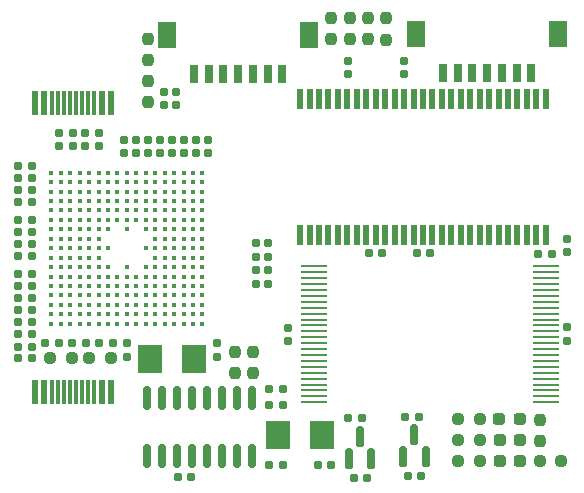
<source format=gtp>
G04 #@! TF.GenerationSoftware,KiCad,Pcbnew,7.0.1-0*
G04 #@! TF.CreationDate,2023-04-12T11:12:59+08:00*
G04 #@! TF.ProjectId,slimarm_classic_2410,736c696d-6172-46d5-9f63-6c6173736963,rev?*
G04 #@! TF.SameCoordinates,Original*
G04 #@! TF.FileFunction,Paste,Top*
G04 #@! TF.FilePolarity,Positive*
%FSLAX46Y46*%
G04 Gerber Fmt 4.6, Leading zero omitted, Abs format (unit mm)*
G04 Created by KiCad (PCBNEW 7.0.1-0) date 2023-04-12 11:12:59*
%MOMM*%
%LPD*%
G01*
G04 APERTURE LIST*
G04 Aperture macros list*
%AMRoundRect*
0 Rectangle with rounded corners*
0 $1 Rounding radius*
0 $2 $3 $4 $5 $6 $7 $8 $9 X,Y pos of 4 corners*
0 Add a 4 corners polygon primitive as box body*
4,1,4,$2,$3,$4,$5,$6,$7,$8,$9,$2,$3,0*
0 Add four circle primitives for the rounded corners*
1,1,$1+$1,$2,$3*
1,1,$1+$1,$4,$5*
1,1,$1+$1,$6,$7*
1,1,$1+$1,$8,$9*
0 Add four rect primitives between the rounded corners*
20,1,$1+$1,$2,$3,$4,$5,0*
20,1,$1+$1,$4,$5,$6,$7,0*
20,1,$1+$1,$6,$7,$8,$9,0*
20,1,$1+$1,$8,$9,$2,$3,0*%
G04 Aperture macros list end*
%ADD10RoundRect,0.237500X-0.250000X-0.237500X0.250000X-0.237500X0.250000X0.237500X-0.250000X0.237500X0*%
%ADD11RoundRect,0.150000X0.150000X-0.739000X0.150000X0.739000X-0.150000X0.739000X-0.150000X-0.739000X0*%
%ADD12RoundRect,0.155000X-0.212500X-0.155000X0.212500X-0.155000X0.212500X0.155000X-0.212500X0.155000X0*%
%ADD13RoundRect,0.155000X-0.155000X0.212500X-0.155000X-0.212500X0.155000X-0.212500X0.155000X0.212500X0*%
%ADD14C,0.410000*%
%ADD15RoundRect,0.160000X-0.160000X0.197500X-0.160000X-0.197500X0.160000X-0.197500X0.160000X0.197500X0*%
%ADD16RoundRect,0.160000X0.197500X0.160000X-0.197500X0.160000X-0.197500X-0.160000X0.197500X-0.160000X0*%
%ADD17R,0.600000X2.000000*%
%ADD18R,0.300000X2.000000*%
%ADD19R,0.600000X1.450000*%
%ADD20RoundRect,0.237500X0.287500X0.237500X-0.287500X0.237500X-0.287500X-0.237500X0.287500X-0.237500X0*%
%ADD21RoundRect,0.155000X0.212500X0.155000X-0.212500X0.155000X-0.212500X-0.155000X0.212500X-0.155000X0*%
%ADD22R,0.711200X1.600000*%
%ADD23R,1.600200X2.209800*%
%ADD24RoundRect,0.237500X0.237500X-0.250000X0.237500X0.250000X-0.237500X0.250000X-0.237500X-0.250000X0*%
%ADD25RoundRect,0.160000X0.160000X-0.197500X0.160000X0.197500X-0.160000X0.197500X-0.160000X-0.197500X0*%
%ADD26RoundRect,0.237500X-0.237500X0.250000X-0.237500X-0.250000X0.237500X-0.250000X0.237500X0.250000X0*%
%ADD27RoundRect,0.155000X0.155000X-0.212500X0.155000X0.212500X-0.155000X0.212500X-0.155000X-0.212500X0*%
%ADD28RoundRect,0.237500X0.250000X0.237500X-0.250000X0.237500X-0.250000X-0.237500X0.250000X-0.237500X0*%
%ADD29RoundRect,0.160000X-0.197500X-0.160000X0.197500X-0.160000X0.197500X0.160000X-0.197500X0.160000X0*%
%ADD30R,0.508000X1.693800*%
%ADD31R,2.182700X0.254000*%
%ADD32RoundRect,0.150000X0.150000X-0.825000X0.150000X0.825000X-0.150000X0.825000X-0.150000X-0.825000X0*%
%ADD33R,2.000000X2.400000*%
G04 APERTURE END LIST*
D10*
G04 #@! TO.C,R7*
X25757500Y-36830000D03*
X27582500Y-36830000D03*
G04 #@! TD*
D11*
G04 #@! TO.C,U3*
X55650000Y-45212500D03*
X57550000Y-45212500D03*
X56600000Y-43337500D03*
G04 #@! TD*
D12*
G04 #@! TO.C,C45*
X51476000Y-46919000D03*
X52611000Y-46919000D03*
G04 #@! TD*
D13*
G04 #@! TO.C,C21*
X35364000Y-14242500D03*
X35364000Y-15377500D03*
G04 #@! TD*
G04 #@! TO.C,C40*
X34036000Y-18332500D03*
X34036000Y-19467500D03*
G04 #@! TD*
D12*
G04 #@! TO.C,C35*
X25340500Y-35560000D03*
X26475500Y-35560000D03*
G04 #@! TD*
G04 #@! TO.C,C43*
X23054500Y-29718000D03*
X24189500Y-29718000D03*
G04 #@! TD*
G04 #@! TO.C,C11*
X44310500Y-45850000D03*
X45445500Y-45850000D03*
G04 #@! TD*
D14*
G04 #@! TO.C,IC1*
X38650000Y-21100000D03*
X38650000Y-21900000D03*
X38650000Y-22700000D03*
X38650000Y-23500000D03*
X38650000Y-24300000D03*
X38650000Y-25100000D03*
X38650000Y-25900000D03*
X38650000Y-26700000D03*
X38650000Y-27500000D03*
X38650000Y-28300000D03*
X38650000Y-29100000D03*
X38650000Y-29900000D03*
X38650000Y-30700000D03*
X38650000Y-31500000D03*
X38650000Y-32300000D03*
X38650000Y-33100000D03*
X38650000Y-33900000D03*
X37850000Y-21100000D03*
X37850000Y-21900000D03*
X37850000Y-22700000D03*
X37850000Y-23500000D03*
X37850000Y-24300000D03*
X37850000Y-25100000D03*
X37850000Y-25900000D03*
X37850000Y-26700000D03*
X37850000Y-27500000D03*
X37850000Y-28300000D03*
X37850000Y-29100000D03*
X37850000Y-29900000D03*
X37850000Y-30700000D03*
X37850000Y-31500000D03*
X37850000Y-32300000D03*
X37850000Y-33100000D03*
X37850000Y-33900000D03*
X37050000Y-21100000D03*
X37050000Y-21900000D03*
X37050000Y-22700000D03*
X37050000Y-23500000D03*
X37050000Y-24300000D03*
X37050000Y-25100000D03*
X37050000Y-25900000D03*
X37050000Y-26700000D03*
X37050000Y-27500000D03*
X37050000Y-28300000D03*
X37050000Y-29100000D03*
X37050000Y-29900000D03*
X37050000Y-30700000D03*
X37050000Y-31500000D03*
X37050000Y-32300000D03*
X37050000Y-33100000D03*
X37050000Y-33900000D03*
X36250000Y-21100000D03*
X36250000Y-21900000D03*
X36250000Y-22700000D03*
X36250000Y-23500000D03*
X36250000Y-24300000D03*
X36250000Y-25100000D03*
X36250000Y-25900000D03*
X36250000Y-26700000D03*
X36250000Y-27500000D03*
X36250000Y-28300000D03*
X36250000Y-29100000D03*
X36250000Y-29900000D03*
X36250000Y-30700000D03*
X36250000Y-31500000D03*
X36250000Y-32300000D03*
X36250000Y-33100000D03*
X36250000Y-33900000D03*
X35450000Y-21100000D03*
X35450000Y-21900000D03*
X35450000Y-22700000D03*
X35450000Y-23500000D03*
X35450000Y-24300000D03*
X35450000Y-25100000D03*
X35450000Y-25900000D03*
X35450000Y-26700000D03*
X35450000Y-27500000D03*
X35450000Y-28300000D03*
X35450000Y-29100000D03*
X35450000Y-29900000D03*
X35450000Y-30700000D03*
X35450000Y-31500000D03*
X35450000Y-32300000D03*
X35450000Y-33100000D03*
X35450000Y-33900000D03*
X34650000Y-21100000D03*
X34650000Y-21900000D03*
X34650000Y-22700000D03*
X34650000Y-23500000D03*
X34650000Y-24300000D03*
X34650000Y-25100000D03*
X34650000Y-25900000D03*
X34650000Y-26700000D03*
X34650000Y-27500000D03*
X34650000Y-28300000D03*
X34650000Y-29100000D03*
X34650000Y-29900000D03*
X34650000Y-30700000D03*
X34650000Y-31500000D03*
X34650000Y-32300000D03*
X34650000Y-33100000D03*
X34650000Y-33900000D03*
X33850000Y-21100000D03*
X33850000Y-21900000D03*
X33850000Y-22700000D03*
X33850000Y-23500000D03*
X33850000Y-24300000D03*
X33850000Y-25100000D03*
X33850000Y-25900000D03*
X33850000Y-27500000D03*
X33850000Y-29100000D03*
X33850000Y-29900000D03*
X33850000Y-30700000D03*
X33850000Y-31500000D03*
X33850000Y-32300000D03*
X33850000Y-33100000D03*
X33850000Y-33900000D03*
X33050000Y-21100000D03*
X33050000Y-21900000D03*
X33050000Y-22700000D03*
X33050000Y-23500000D03*
X33050000Y-24300000D03*
X33050000Y-25100000D03*
X33050000Y-29900000D03*
X33050000Y-30700000D03*
X33050000Y-31500000D03*
X33050000Y-32300000D03*
X33050000Y-33100000D03*
X33050000Y-33900000D03*
X32250000Y-21100000D03*
X32250000Y-21900000D03*
X32250000Y-22700000D03*
X32250000Y-23500000D03*
X32250000Y-24300000D03*
X32250000Y-25100000D03*
X32250000Y-25900000D03*
X32250000Y-29100000D03*
X32250000Y-29900000D03*
X32250000Y-30700000D03*
X32250000Y-31500000D03*
X32250000Y-32300000D03*
X32250000Y-33100000D03*
X32250000Y-33900000D03*
X31450000Y-21100000D03*
X31450000Y-21900000D03*
X31450000Y-22700000D03*
X31450000Y-23500000D03*
X31450000Y-24300000D03*
X31450000Y-25100000D03*
X31450000Y-29900000D03*
X31450000Y-30700000D03*
X31450000Y-31500000D03*
X31450000Y-32300000D03*
X31450000Y-33100000D03*
X31450000Y-33900000D03*
X30650000Y-21100000D03*
X30650000Y-21900000D03*
X30650000Y-22700000D03*
X30650000Y-23500000D03*
X30650000Y-24300000D03*
X30650000Y-25100000D03*
X30650000Y-25900000D03*
X30650000Y-27500000D03*
X30650000Y-29100000D03*
X30650000Y-29900000D03*
X30650000Y-30700000D03*
X30650000Y-31500000D03*
X30650000Y-32300000D03*
X30650000Y-33100000D03*
X30650000Y-33900000D03*
X29850000Y-21100000D03*
X29850000Y-21900000D03*
X29850000Y-22700000D03*
X29850000Y-23500000D03*
X29850000Y-24300000D03*
X29850000Y-25100000D03*
X29850000Y-25900000D03*
X29850000Y-26700000D03*
X29850000Y-27500000D03*
X29850000Y-28300000D03*
X29850000Y-29100000D03*
X29850000Y-29900000D03*
X29850000Y-30700000D03*
X29850000Y-31500000D03*
X29850000Y-32300000D03*
X29850000Y-33100000D03*
X29850000Y-33900000D03*
X29050000Y-21100000D03*
X29050000Y-21900000D03*
X29050000Y-22700000D03*
X29050000Y-23500000D03*
X29050000Y-24300000D03*
X29050000Y-25100000D03*
X29050000Y-25900000D03*
X29050000Y-26700000D03*
X29050000Y-27500000D03*
X29050000Y-28300000D03*
X29050000Y-29100000D03*
X29050000Y-29900000D03*
X29050000Y-30700000D03*
X29050000Y-31500000D03*
X29050000Y-32300000D03*
X29050000Y-33100000D03*
X29050000Y-33900000D03*
X28250000Y-21100000D03*
X28250000Y-21900000D03*
X28250000Y-22700000D03*
X28250000Y-23500000D03*
X28250000Y-24300000D03*
X28250000Y-25100000D03*
X28250000Y-25900000D03*
X28250000Y-26700000D03*
X28250000Y-27500000D03*
X28250000Y-28300000D03*
X28250000Y-29100000D03*
X28250000Y-29900000D03*
X28250000Y-30700000D03*
X28250000Y-31500000D03*
X28250000Y-32300000D03*
X28250000Y-33100000D03*
X28250000Y-33900000D03*
X27450000Y-21100000D03*
X27450000Y-21900000D03*
X27450000Y-22700000D03*
X27450000Y-23500000D03*
X27450000Y-24300000D03*
X27450000Y-25100000D03*
X27450000Y-25900000D03*
X27450000Y-26700000D03*
X27450000Y-27500000D03*
X27450000Y-28300000D03*
X27450000Y-29100000D03*
X27450000Y-29900000D03*
X27450000Y-30700000D03*
X27450000Y-31500000D03*
X27450000Y-32300000D03*
X27450000Y-33100000D03*
X27450000Y-33900000D03*
X26650000Y-21100000D03*
X26650000Y-21900000D03*
X26650000Y-22700000D03*
X26650000Y-23500000D03*
X26650000Y-24300000D03*
X26650000Y-25100000D03*
X26650000Y-25900000D03*
X26650000Y-26700000D03*
X26650000Y-27500000D03*
X26650000Y-28300000D03*
X26650000Y-29100000D03*
X26650000Y-29900000D03*
X26650000Y-30700000D03*
X26650000Y-31500000D03*
X26650000Y-32300000D03*
X26650000Y-33100000D03*
X26650000Y-33900000D03*
X25850000Y-21100000D03*
X25850000Y-21900000D03*
X25850000Y-22700000D03*
X25850000Y-23500000D03*
X25850000Y-24300000D03*
X25850000Y-25100000D03*
X25850000Y-25900000D03*
X25850000Y-26700000D03*
X25850000Y-27500000D03*
X25850000Y-28300000D03*
X25850000Y-29100000D03*
X25850000Y-29900000D03*
X25850000Y-30700000D03*
X25850000Y-31500000D03*
X25850000Y-32300000D03*
X25850000Y-33100000D03*
X25850000Y-33900000D03*
G04 #@! TD*
D15*
G04 #@! TO.C,R21*
X43180000Y-29300000D03*
X43180000Y-30495000D03*
G04 #@! TD*
D16*
G04 #@! TO.C,R25*
X45457500Y-40770000D03*
X44262500Y-40770000D03*
G04 #@! TD*
D17*
G04 #@! TO.C,J1*
X30936000Y-15217500D03*
X30136000Y-15217500D03*
D18*
X28936000Y-15217500D03*
X27936000Y-15217500D03*
X27436000Y-15217500D03*
X26436000Y-15217500D03*
D17*
X25236000Y-15217500D03*
X24436000Y-15217500D03*
X24436000Y-15217500D03*
D19*
X25236000Y-15217500D03*
D18*
X25936000Y-15217500D03*
X26936000Y-15217500D03*
X28436000Y-15217500D03*
X29436000Y-15217500D03*
D19*
X30136000Y-15217500D03*
X30936000Y-15317500D03*
G04 #@! TD*
D20*
G04 #@! TO.C,D2*
X65542500Y-41944000D03*
X63792500Y-41944000D03*
G04 #@! TD*
D13*
G04 #@! TO.C,C18*
X38100000Y-18332500D03*
X38100000Y-19467500D03*
G04 #@! TD*
D12*
G04 #@! TO.C,C28*
X23054500Y-35822000D03*
X24189500Y-35822000D03*
G04 #@! TD*
D21*
G04 #@! TO.C,C26*
X57917500Y-27900000D03*
X56782500Y-27900000D03*
G04 #@! TD*
D22*
G04 #@! TO.C,J2*
X37925000Y-12750000D03*
X39175000Y-12750000D03*
X40425000Y-12750000D03*
X41675000Y-12750000D03*
X42925000Y-12750000D03*
X44175000Y-12750000D03*
X45425000Y-12750000D03*
D23*
X47672100Y-9448000D03*
X35677900Y-9448000D03*
G04 #@! TD*
D12*
G04 #@! TO.C,C30*
X23054500Y-36830000D03*
X24189500Y-36830000D03*
G04 #@! TD*
G04 #@! TO.C,C8*
X50992500Y-41900000D03*
X52127500Y-41900000D03*
G04 #@! TD*
D13*
G04 #@! TO.C,C25*
X69510000Y-34192500D03*
X69510000Y-35327500D03*
G04 #@! TD*
D24*
G04 #@! TO.C,R3*
X67200000Y-43852500D03*
X67200000Y-42027500D03*
G04 #@! TD*
D25*
G04 #@! TO.C,R20*
X44196000Y-28209000D03*
X44196000Y-27014000D03*
G04 #@! TD*
D15*
G04 #@! TO.C,R23*
X44196000Y-29300000D03*
X44196000Y-30495000D03*
G04 #@! TD*
D13*
G04 #@! TO.C,C15*
X55725000Y-11607500D03*
X55725000Y-12742500D03*
G04 #@! TD*
D12*
G04 #@! TO.C,C41*
X23054500Y-20574000D03*
X24189500Y-20574000D03*
G04 #@! TD*
D13*
G04 #@! TO.C,C24*
X39116000Y-18332500D03*
X39116000Y-19467500D03*
G04 #@! TD*
D21*
G04 #@! TO.C,C5*
X49569000Y-45850000D03*
X48434000Y-45850000D03*
G04 #@! TD*
D26*
G04 #@! TO.C,R14*
X52650000Y-8000000D03*
X52650000Y-9825000D03*
G04 #@! TD*
D16*
G04 #@! TO.C,R18*
X27682500Y-18870000D03*
X26487500Y-18870000D03*
G04 #@! TD*
D27*
G04 #@! TO.C,C12*
X39878000Y-36695000D03*
X39878000Y-35560000D03*
G04 #@! TD*
D26*
G04 #@! TO.C,R9*
X34036000Y-9755500D03*
X34036000Y-11580500D03*
G04 #@! TD*
D12*
G04 #@! TO.C,C7*
X55812500Y-41770000D03*
X56947500Y-41770000D03*
G04 #@! TD*
G04 #@! TO.C,C38*
X23054500Y-31750000D03*
X24189500Y-31750000D03*
G04 #@! TD*
D20*
G04 #@! TO.C,D3*
X65567500Y-45500000D03*
X63817500Y-45500000D03*
G04 #@! TD*
D13*
G04 #@! TO.C,C22*
X37076000Y-18332500D03*
X37076000Y-19467500D03*
G04 #@! TD*
D22*
G04 #@! TO.C,J3*
X59000000Y-12650000D03*
X60250000Y-12650000D03*
X61500000Y-12650000D03*
X62750000Y-12650000D03*
X64000000Y-12650000D03*
X65250000Y-12650000D03*
X66500000Y-12650000D03*
D23*
X68747100Y-9348000D03*
X56752900Y-9348000D03*
G04 #@! TD*
D11*
G04 #@! TO.C,U2*
X51027500Y-45316500D03*
X52927500Y-45316500D03*
X51977500Y-43441500D03*
G04 #@! TD*
D13*
G04 #@! TO.C,C39*
X35052000Y-18332500D03*
X35052000Y-19467500D03*
G04 #@! TD*
D24*
G04 #@! TO.C,R8*
X34036000Y-15136500D03*
X34036000Y-13311500D03*
G04 #@! TD*
D28*
G04 #@! TO.C,R13*
X69042500Y-45490000D03*
X67217500Y-45490000D03*
G04 #@! TD*
D13*
G04 #@! TO.C,C3*
X69480000Y-26712500D03*
X69480000Y-27847500D03*
G04 #@! TD*
D29*
G04 #@! TO.C,R11*
X28707500Y-17760000D03*
X29902500Y-17760000D03*
G04 #@! TD*
D13*
G04 #@! TO.C,C32*
X51000000Y-11632500D03*
X51000000Y-12767500D03*
G04 #@! TD*
D30*
G04 #@! TO.C,U4*
X46919375Y-26363350D03*
X47719475Y-26363350D03*
X48519575Y-26363350D03*
X49319675Y-26363350D03*
X50119775Y-26363350D03*
X50919875Y-26363350D03*
X51719975Y-26363350D03*
X52520075Y-26363350D03*
X53320175Y-26363350D03*
X54120275Y-26363350D03*
X54920375Y-26363350D03*
X55720475Y-26363350D03*
X56520575Y-26363350D03*
X57320675Y-26363350D03*
X58120775Y-26363350D03*
X58920875Y-26363350D03*
X59720975Y-26363350D03*
X60521075Y-26363350D03*
X61321175Y-26363350D03*
X62121275Y-26363350D03*
X62921375Y-26363350D03*
X63721475Y-26363350D03*
X64521575Y-26363350D03*
X65321675Y-26363350D03*
X66121775Y-26363350D03*
X66921875Y-26363350D03*
X67721975Y-26363350D03*
X67721975Y-14882550D03*
X66921875Y-14882550D03*
X66121775Y-14882550D03*
X65321675Y-14882550D03*
X64521575Y-14882550D03*
X63721475Y-14882550D03*
X62921375Y-14882550D03*
X62121275Y-14882550D03*
X61321175Y-14882550D03*
X60521075Y-14882550D03*
X59720975Y-14882550D03*
X58920875Y-14882550D03*
X58120775Y-14882550D03*
X57320675Y-14882550D03*
X56520575Y-14882550D03*
X55720475Y-14882550D03*
X54920375Y-14882550D03*
X54120275Y-14882550D03*
X53320175Y-14882550D03*
X52520075Y-14882550D03*
X51719975Y-14882550D03*
X50919875Y-14882550D03*
X50119775Y-14882550D03*
X49319675Y-14882550D03*
X48519575Y-14882550D03*
X47719475Y-14882550D03*
X46919375Y-14882550D03*
G04 #@! TD*
D12*
G04 #@! TO.C,C37*
X23054500Y-30734000D03*
X24189500Y-30734000D03*
G04 #@! TD*
G04 #@! TO.C,C29*
X23054500Y-28194000D03*
X24189500Y-28194000D03*
G04 #@! TD*
D31*
G04 #@! TO.C,U5*
X67735475Y-40537499D03*
X67735475Y-40037500D03*
X67735475Y-39537501D03*
X67735475Y-39037499D03*
X67735475Y-38537500D03*
X67735475Y-38037501D03*
X67735475Y-37537500D03*
X67735475Y-37037501D03*
X67735475Y-36537499D03*
X67735475Y-36037500D03*
X67735475Y-35537501D03*
X67735475Y-35037500D03*
X67735475Y-34537500D03*
X67735475Y-34037499D03*
X67735475Y-33537500D03*
X67735475Y-33037501D03*
X67735475Y-32537499D03*
X67735475Y-32037500D03*
X67735475Y-31537499D03*
X67735475Y-31037500D03*
X67735475Y-30537501D03*
X67735475Y-30037499D03*
X67735475Y-29537500D03*
X67735475Y-29037499D03*
X48063175Y-29037501D03*
X48063175Y-29537500D03*
X48063175Y-30037499D03*
X48063175Y-30537501D03*
X48063175Y-31037500D03*
X48063175Y-31537501D03*
X48063175Y-32037500D03*
X48063175Y-32537499D03*
X48063175Y-33037501D03*
X48063175Y-33537500D03*
X48063175Y-34037502D03*
X48063175Y-34537500D03*
X48063175Y-35037500D03*
X48063175Y-35537501D03*
X48063175Y-36037500D03*
X48063175Y-36537499D03*
X48063175Y-37037501D03*
X48063175Y-37537500D03*
X48063175Y-38037501D03*
X48063175Y-38537500D03*
X48063175Y-39037499D03*
X48063175Y-39537501D03*
X48063175Y-40037500D03*
X48063175Y-40537501D03*
G04 #@! TD*
D32*
G04 #@! TO.C,U1*
X33965000Y-45105000D03*
X35235000Y-45105000D03*
X36505000Y-45105000D03*
X37775000Y-45105000D03*
X39045000Y-45105000D03*
X40315000Y-45105000D03*
X41585000Y-45105000D03*
X42855000Y-45105000D03*
X42855000Y-40155000D03*
X41585000Y-40155000D03*
X40315000Y-40155000D03*
X39045000Y-40155000D03*
X37775000Y-40155000D03*
X36505000Y-40155000D03*
X35235000Y-40155000D03*
X33965000Y-40155000D03*
G04 #@! TD*
D12*
G04 #@! TO.C,C42*
X23054500Y-33782000D03*
X24189500Y-33782000D03*
G04 #@! TD*
D21*
G04 #@! TO.C,C10*
X53857500Y-27910000D03*
X52722500Y-27910000D03*
G04 #@! TD*
D13*
G04 #@! TO.C,C46*
X33020000Y-18332500D03*
X33020000Y-19467500D03*
G04 #@! TD*
D26*
G04 #@! TO.C,R15*
X54180000Y-8007500D03*
X54180000Y-9832500D03*
G04 #@! TD*
D12*
G04 #@! TO.C,C31*
X23054500Y-27178000D03*
X24189500Y-27178000D03*
G04 #@! TD*
D13*
G04 #@! TO.C,C19*
X36380000Y-14242500D03*
X36380000Y-15377500D03*
G04 #@! TD*
D12*
G04 #@! TO.C,C2*
X27626500Y-35560000D03*
X28761500Y-35560000D03*
G04 #@! TD*
D13*
G04 #@! TO.C,C13*
X45920000Y-34222500D03*
X45920000Y-35357500D03*
G04 #@! TD*
D25*
G04 #@! TO.C,R22*
X43180000Y-28209000D03*
X43180000Y-27014000D03*
G04 #@! TD*
D26*
G04 #@! TO.C,R2*
X42894000Y-36250000D03*
X42894000Y-38075000D03*
G04 #@! TD*
D12*
G04 #@! TO.C,C9*
X23054500Y-32766000D03*
X24189500Y-32766000D03*
G04 #@! TD*
G04 #@! TO.C,C33*
X23054500Y-22606000D03*
X24189500Y-22606000D03*
G04 #@! TD*
D20*
G04 #@! TO.C,D1*
X65567500Y-43722000D03*
X63817500Y-43722000D03*
G04 #@! TD*
D12*
G04 #@! TO.C,C14*
X56032500Y-46815000D03*
X57167500Y-46815000D03*
G04 #@! TD*
D16*
G04 #@! TO.C,R10*
X27697500Y-17750000D03*
X26502500Y-17750000D03*
G04 #@! TD*
D13*
G04 #@! TO.C,C47*
X32004000Y-18332500D03*
X32004000Y-19467500D03*
G04 #@! TD*
G04 #@! TO.C,C23*
X36068000Y-18332500D03*
X36068000Y-19467500D03*
G04 #@! TD*
D12*
G04 #@! TO.C,C1*
X29912500Y-35560000D03*
X31047500Y-35560000D03*
G04 #@! TD*
D33*
G04 #@! TO.C,Y1*
X34218000Y-36900000D03*
X37918000Y-36900000D03*
G04 #@! TD*
D12*
G04 #@! TO.C,C27*
X67092500Y-27950000D03*
X68227500Y-27950000D03*
G04 #@! TD*
D29*
G04 #@! TO.C,R19*
X28692500Y-18880000D03*
X29887500Y-18880000D03*
G04 #@! TD*
D24*
G04 #@! TO.C,R1*
X41370000Y-38075000D03*
X41370000Y-36250000D03*
G04 #@! TD*
D33*
G04 #@! TO.C,Y2*
X48760000Y-43310000D03*
X45060000Y-43310000D03*
G04 #@! TD*
D27*
G04 #@! TO.C,C6*
X32258000Y-36695000D03*
X32258000Y-35560000D03*
G04 #@! TD*
D19*
G04 #@! TO.C,J4*
X24436000Y-39975250D03*
X25236000Y-39975250D03*
D18*
X26436000Y-39672750D03*
X27436000Y-39672750D03*
X27936000Y-39672750D03*
X28936000Y-39672750D03*
D19*
X30136000Y-39975250D03*
X30936000Y-39975250D03*
D17*
X30936000Y-39672750D03*
X30136000Y-39672750D03*
D18*
X29436000Y-39672750D03*
X28436000Y-39672750D03*
X26936000Y-39672750D03*
X25936000Y-39672750D03*
D17*
X25236000Y-39672750D03*
X24436000Y-39672750D03*
G04 #@! TD*
D10*
G04 #@! TO.C,R5*
X60305000Y-41994000D03*
X62130000Y-41994000D03*
G04 #@! TD*
D12*
G04 #@! TO.C,C16*
X36552500Y-46910000D03*
X37687500Y-46910000D03*
G04 #@! TD*
G04 #@! TO.C,C34*
X23054500Y-23622000D03*
X24189500Y-23622000D03*
G04 #@! TD*
D26*
G04 #@! TO.C,R17*
X49550000Y-7987500D03*
X49550000Y-9812500D03*
G04 #@! TD*
D10*
G04 #@! TO.C,R6*
X60305000Y-45494000D03*
X62130000Y-45494000D03*
G04 #@! TD*
D12*
G04 #@! TO.C,C20*
X23054500Y-26162000D03*
X24189500Y-26162000D03*
G04 #@! TD*
G04 #@! TO.C,C36*
X23054500Y-34798000D03*
X24189500Y-34798000D03*
G04 #@! TD*
D16*
G04 #@! TO.C,R24*
X45457500Y-39430000D03*
X44262500Y-39430000D03*
G04 #@! TD*
D12*
G04 #@! TO.C,C4*
X23054500Y-25146000D03*
X24189500Y-25146000D03*
G04 #@! TD*
G04 #@! TO.C,C44*
X23054500Y-21590000D03*
X24189500Y-21590000D03*
G04 #@! TD*
D10*
G04 #@! TO.C,R4*
X60312000Y-43722000D03*
X62137000Y-43722000D03*
G04 #@! TD*
D26*
G04 #@! TO.C,R16*
X51120000Y-7987500D03*
X51120000Y-9812500D03*
G04 #@! TD*
D28*
G04 #@! TO.C,R12*
X30884500Y-36830000D03*
X29059500Y-36830000D03*
G04 #@! TD*
M02*

</source>
